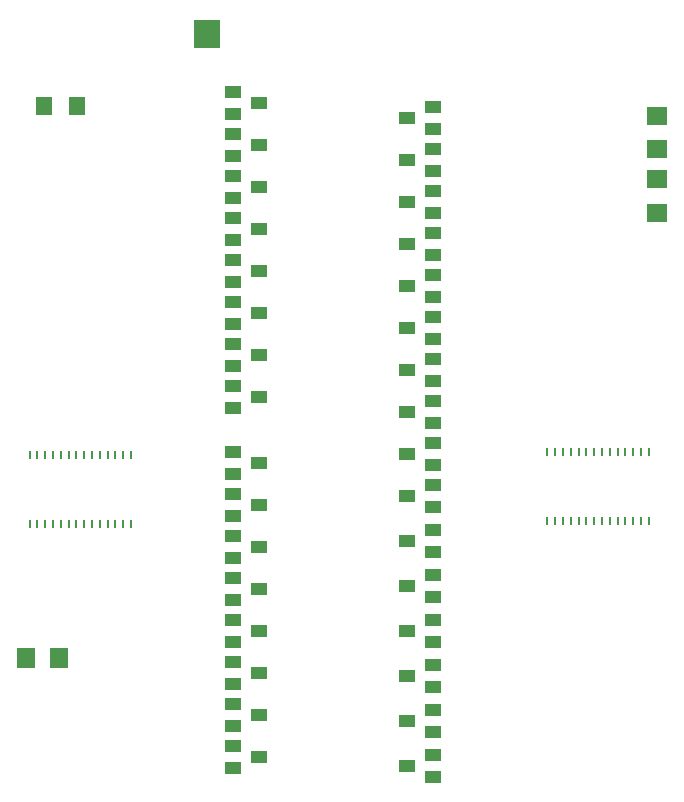
<source format=gtp>
G75*
%MOIN*%
%OFA0B0*%
%FSLAX24Y24*%
%IPPOS*%
%LPD*%
%AMOC8*
5,1,8,0,0,1.08239X$1,22.5*
%
%ADD10R,0.0551X0.0630*%
%ADD11R,0.0710X0.0630*%
%ADD12R,0.0551X0.0394*%
%ADD13R,0.0709X0.0630*%
%ADD14R,0.0630X0.0709*%
%ADD15R,0.0500X0.0250*%
%ADD16R,0.0900X0.0960*%
%ADD17R,0.0098X0.0315*%
D10*
X001549Y024300D03*
X002651Y024300D03*
D11*
X022000Y021860D03*
X022000Y020740D03*
D12*
X014533Y020726D03*
X014533Y020074D03*
X014533Y019326D03*
X014533Y018674D03*
X014533Y017926D03*
X014533Y017274D03*
X014533Y016526D03*
X014533Y015874D03*
X014533Y015126D03*
X014533Y014474D03*
X014533Y013726D03*
X014533Y013074D03*
X014533Y012326D03*
X014533Y011674D03*
X014533Y010926D03*
X014533Y010174D03*
X014533Y009426D03*
X014533Y008674D03*
X014533Y007926D03*
X014533Y007174D03*
X014533Y006426D03*
X014533Y005674D03*
X014533Y004926D03*
X014533Y004174D03*
X014533Y003426D03*
X014533Y002674D03*
X014533Y001926D03*
X013667Y002300D03*
X013667Y003800D03*
X013667Y005300D03*
X013667Y006800D03*
X013667Y008300D03*
X013667Y009800D03*
X013667Y011300D03*
X013667Y012700D03*
X013667Y014100D03*
X013667Y015500D03*
X013667Y016900D03*
X013667Y018300D03*
X013667Y019700D03*
X013667Y021100D03*
X014533Y021474D03*
X014533Y022126D03*
X014533Y022874D03*
X014533Y023526D03*
X014533Y024274D03*
X013667Y023900D03*
X013667Y022500D03*
X008733Y023000D03*
X007867Y022626D03*
X007867Y021974D03*
X007867Y021226D03*
X007867Y020574D03*
X007867Y019826D03*
X007867Y019174D03*
X007867Y018426D03*
X007867Y017774D03*
X007867Y017026D03*
X007867Y016374D03*
X007867Y015626D03*
X007867Y014974D03*
X007867Y014226D03*
X008733Y014600D03*
X008733Y016000D03*
X008733Y017400D03*
X008733Y018800D03*
X008733Y020200D03*
X008733Y021600D03*
X007867Y023374D03*
X007867Y024026D03*
X007867Y024774D03*
X008733Y024400D03*
X007867Y012774D03*
X007867Y012026D03*
X007867Y011374D03*
X007867Y010626D03*
X007867Y009974D03*
X007867Y009226D03*
X007867Y008574D03*
X007867Y007826D03*
X007867Y007174D03*
X007867Y006426D03*
X007867Y005774D03*
X007867Y005026D03*
X007867Y004374D03*
X007867Y003626D03*
X007867Y002974D03*
X007867Y002226D03*
X008733Y002600D03*
X008733Y004000D03*
X008733Y005400D03*
X008733Y006800D03*
X008733Y008200D03*
X008733Y009600D03*
X008733Y011000D03*
X008733Y012400D03*
D13*
X022000Y022849D03*
X022000Y023951D03*
D14*
X000949Y005900D03*
X002051Y005900D03*
D15*
X007000Y026538D03*
X007000Y026862D03*
D16*
X007000Y026700D03*
D17*
X004460Y012650D03*
X004200Y012650D03*
X003940Y012650D03*
X003680Y012650D03*
X003420Y012650D03*
X003160Y012650D03*
X002900Y012652D03*
X002640Y012650D03*
X002380Y012650D03*
X002120Y012650D03*
X001860Y012650D03*
X001600Y012650D03*
X001340Y012650D03*
X001080Y012650D03*
X001080Y010350D03*
X001340Y010350D03*
X001600Y010350D03*
X001860Y010350D03*
X002120Y010350D03*
X002380Y010350D03*
X002640Y010350D03*
X002900Y010348D03*
X003160Y010350D03*
X003420Y010350D03*
X003680Y010350D03*
X003940Y010350D03*
X004200Y010350D03*
X004460Y010350D03*
X018340Y010450D03*
X018600Y010450D03*
X018860Y010450D03*
X019120Y010450D03*
X019380Y010450D03*
X019640Y010450D03*
X019900Y010448D03*
X020160Y010450D03*
X020420Y010450D03*
X020680Y010450D03*
X020940Y010450D03*
X021200Y010450D03*
X021460Y010450D03*
X021720Y010450D03*
X021720Y012750D03*
X021460Y012750D03*
X021200Y012750D03*
X020940Y012750D03*
X020680Y012750D03*
X020420Y012750D03*
X020160Y012750D03*
X019900Y012752D03*
X019640Y012750D03*
X019380Y012750D03*
X019120Y012750D03*
X018860Y012750D03*
X018600Y012750D03*
X018340Y012750D03*
M02*

</source>
